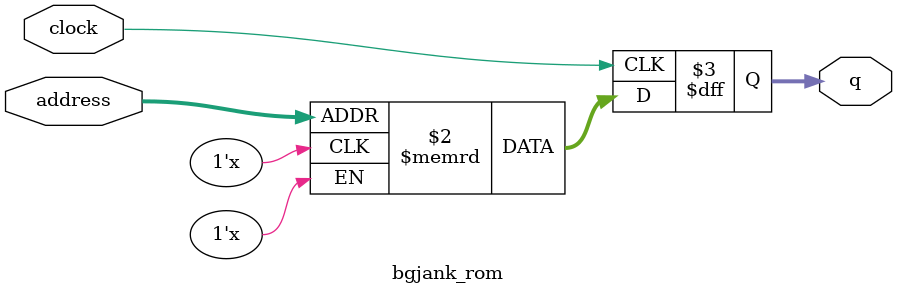
<source format=sv>
module bgjank_rom (
	input logic clock,
	input logic [16:0] address,
	output logic [3:0] q
);

logic [3:0] memory [0:76799] /* synthesis ram_init_file = "./bgjank/bgjank.mif" */;

always_ff @ (posedge clock) begin
	q <= memory[address];
end

endmodule

</source>
